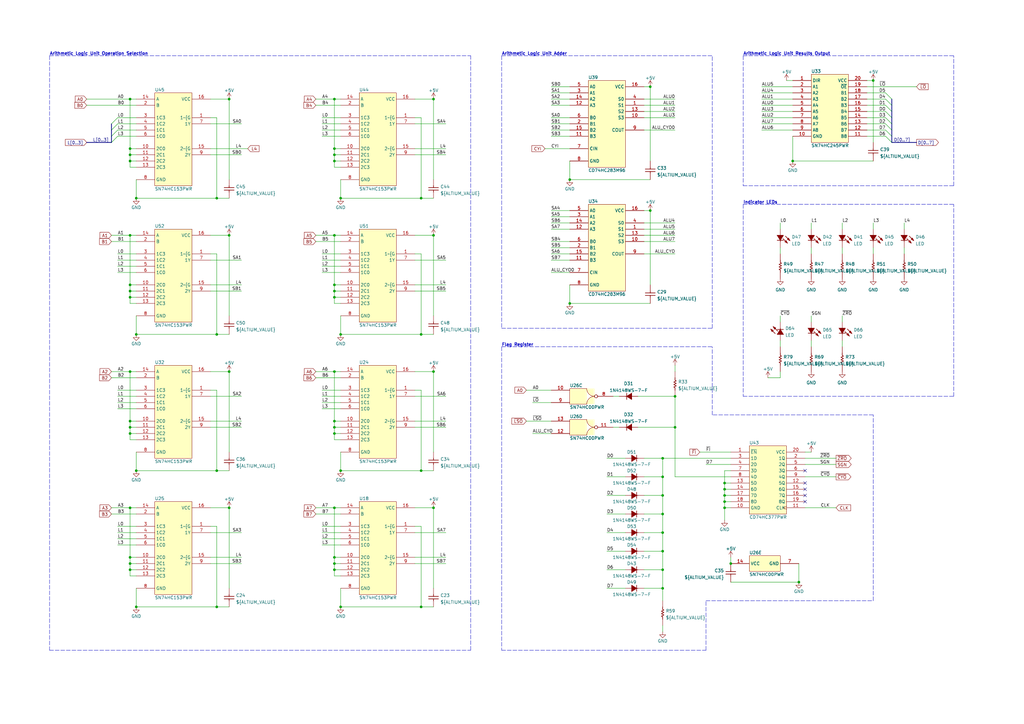
<source format=kicad_sch>
(kicad_sch (version 20211123) (generator eeschema)
  (paper "A3")
  (title_block (title "Arithmetic Logic Unit") (date "2022-01-19") (rev "V1.1") (company "Riley Stuermer"))
  (junction (at 271.78 187.96))
  (junction (at 93.98 208.28))
  (junction (at 297.18 208.28))
  (junction (at 137.16 119.38))
  (junction (at 139.7 137.16))
  (junction (at 137.16 208.28))
  (junction (at 53.34 66.04))
  (junction (at 177.8 96.52))
  (junction (at 172.72 81.28))
  (junction (at 55.88 81.28))
  (junction (at 137.16 228.6))
  (junction (at 137.16 60.96))
  (junction (at 297.18 200.66))
  (junction (at 53.34 177.8))
  (junction (at 325.12 66.04))
  (junction (at 358.14 33.02))
  (junction (at 88.9 193.04))
  (junction (at 93.98 152.4))
  (junction (at 271.78 226.06))
  (junction (at 55.88 137.16))
  (junction (at 177.8 40.64))
  (junction (at 55.88 193.04))
  (junction (at 233.68 124.46))
  (junction (at 53.34 116.84))
  (junction (at 137.16 121.92))
  (junction (at 172.72 248.92))
  (junction (at 88.9 137.16))
  (junction (at 137.16 172.72))
  (junction (at 139.7 193.04))
  (junction (at 233.68 73.66))
  (junction (at 53.34 60.96))
  (junction (at 53.34 63.5))
  (junction (at 271.78 218.44))
  (junction (at 88.9 81.28))
  (junction (at 271.78 241.3))
  (junction (at 177.8 208.28))
  (junction (at 55.88 248.92))
  (junction (at 297.18 205.74))
  (junction (at 299.72 231.14))
  (junction (at 53.34 119.38))
  (junction (at 276.86 175.26))
  (junction (at 137.16 40.64))
  (junction (at 137.16 177.8))
  (junction (at 53.34 121.92))
  (junction (at 53.34 233.68))
  (junction (at 327.66 238.76))
  (junction (at 93.98 96.52))
  (junction (at 271.78 233.68))
  (junction (at 137.16 116.84))
  (junction (at 139.7 248.92))
  (junction (at 271.78 203.2))
  (junction (at 53.34 172.72))
  (junction (at 137.16 63.5))
  (junction (at 53.34 96.52))
  (junction (at 53.34 231.14))
  (junction (at 271.78 195.58))
  (junction (at 53.34 40.64))
  (junction (at 137.16 233.68))
  (junction (at 276.86 162.56))
  (junction (at 266.7 35.56))
  (junction (at 137.16 175.26))
  (junction (at 53.34 208.28))
  (junction (at 137.16 96.52))
  (junction (at 266.7 86.36))
  (junction (at 297.18 203.2))
  (junction (at 53.34 175.26))
  (junction (at 172.72 137.16))
  (junction (at 137.16 231.14))
  (junction (at 53.34 152.4))
  (junction (at 53.34 228.6))
  (junction (at 297.18 198.12))
  (junction (at 271.78 210.82))
  (junction (at 177.8 152.4))
  (junction (at 172.72 193.04))
  (junction (at 93.98 40.64))
  (junction (at 137.16 152.4))
  (junction (at 137.16 66.04))
  (junction (at 139.7 81.28))
  (junction (at 88.9 248.92))
  (no_connect (at 330.2 205.74))
  (no_connect (at 330.2 200.66))
  (no_connect (at 330.2 193.04))
  (no_connect (at 330.2 203.2))
  (no_connect (at 330.2 198.12))
  (bus_entry (at 45.72 50.8) (size 2.54 -2.54))
  (bus_entry (at 45.72 53.34) (size 2.54 -2.54))
  (bus_entry (at 45.72 58.42) (size 2.54 -2.54))
  (bus_entry (at 45.72 55.88) (size 2.54 -2.54))
  (bus_entry (at 363.22 55.88) (size 2.54 2.54))
  (bus_entry (at 363.22 53.34) (size 2.54 2.54))
  (bus_entry (at 363.22 38.1) (size 2.54 2.54))
  (bus_entry (at 363.22 43.18) (size 2.54 2.54))
  (bus_entry (at 363.22 45.72) (size 2.54 2.54))
  (bus_entry (at 363.22 40.64) (size 2.54 2.54))
  (bus_entry (at 363.22 48.26) (size 2.54 2.54))
  (bus_entry (at 363.22 50.8) (size 2.54 2.54))
  (wire (pts (xy 139.7 104.14) (xy 132.08 104.14)))
  (wire (pts (xy 327.66 231.14) (xy 327.66 238.76)))
  (wire (pts (xy 53.34 63.5) (xy 55.88 63.5)))
  (wire (pts (xy 345.44 104.14) (xy 345.44 101.6)))
  (wire (pts (xy 264.16 210.82) (xy 271.78 210.82)))
  (wire (pts (xy 345.44 91.44) (xy 345.44 93.98)))
  (wire (pts (xy 86.36 172.72) (xy 99.06 172.72)))
  (wire (pts (xy 320.04 142.24) (xy 320.04 139.7)))
  (bus (pts (xy 45.72 55.88) (xy 45.72 58.42)))
  (wire (pts (xy 93.98 137.16) (xy 88.9 137.16)))
  (wire (pts (xy 55.88 81.28) (xy 55.88 73.66)))
  (wire (pts (xy 276.86 175.26) (xy 276.86 195.58)))
  (polyline (pts (xy 205.74 142.24) (xy 205.74 266.7)))
  (wire (pts (xy 137.16 68.58) (xy 139.7 68.58)))
  (wire (pts (xy 297.18 203.2) (xy 299.72 203.2)))
  (wire (pts (xy 233.68 66.04) (xy 233.68 73.66)))
  (wire (pts (xy 55.88 162.56) (xy 48.26 162.56)))
  (wire (pts (xy 45.72 210.82) (xy 55.88 210.82)))
  (wire (pts (xy 233.68 38.1) (xy 226.06 38.1)))
  (wire (pts (xy 320.04 154.94) (xy 320.04 152.4)))
  (wire (pts (xy 139.7 160.02) (xy 132.08 160.02)))
  (wire (pts (xy 53.34 116.84) (xy 53.34 119.38)))
  (wire (pts (xy 139.7 50.8) (xy 132.08 50.8)))
  (wire (pts (xy 170.18 60.96) (xy 182.88 60.96)))
  (wire (pts (xy 93.98 40.64) (xy 86.36 40.64)))
  (wire (pts (xy 55.88 218.44) (xy 48.26 218.44)))
  (wire (pts (xy 330.2 187.96) (xy 342.9 187.96)))
  (polyline (pts (xy 289.56 246.38) (xy 358.14 246.38)))
  (wire (pts (xy 139.7 172.72) (xy 137.16 172.72)))
  (wire (pts (xy 170.18 106.68) (xy 182.88 106.68)))
  (wire (pts (xy 332.74 91.44) (xy 332.74 93.98)))
  (wire (pts (xy 137.16 60.96) (xy 137.16 63.5)))
  (wire (pts (xy 325.12 55.88) (xy 325.12 66.04)))
  (polyline (pts (xy 193.04 266.7) (xy 193.04 22.86)))
  (polyline (pts (xy 304.8 83.82) (xy 304.8 162.56)))
  (wire (pts (xy 139.7 165.1) (xy 132.08 165.1)))
  (wire (pts (xy 332.74 104.14) (xy 332.74 101.6)))
  (wire (pts (xy 139.7 60.96) (xy 137.16 60.96)))
  (wire (pts (xy 55.88 109.22) (xy 48.26 109.22)))
  (wire (pts (xy 370.84 91.44) (xy 370.84 93.98)))
  (wire (pts (xy 256.54 233.68) (xy 248.92 233.68)))
  (wire (pts (xy 218.44 177.8) (xy 226.06 177.8)))
  (wire (pts (xy 55.88 50.8) (xy 48.26 50.8)))
  (wire (pts (xy 170.18 104.14) (xy 172.72 104.14)))
  (wire (pts (xy 358.14 58.42) (xy 358.14 33.02)))
  (wire (pts (xy 139.7 177.8) (xy 137.16 177.8)))
  (wire (pts (xy 137.16 228.6) (xy 137.16 231.14)))
  (wire (pts (xy 233.68 43.18) (xy 226.06 43.18)))
  (bus (pts (xy 365.76 43.18) (xy 365.76 45.72)))
  (wire (pts (xy 55.88 177.8) (xy 53.34 177.8)))
  (wire (pts (xy 53.34 40.64) (xy 55.88 40.64)))
  (bus (pts (xy 365.76 53.34) (xy 365.76 55.88)))
  (wire (pts (xy 55.88 106.68) (xy 48.26 106.68)))
  (wire (pts (xy 358.14 33.02) (xy 355.6 33.02)))
  (wire (pts (xy 86.36 48.26) (xy 88.9 48.26)))
  (wire (pts (xy 93.98 96.52) (xy 86.36 96.52)))
  (wire (pts (xy 264.16 226.06) (xy 271.78 226.06)))
  (polyline (pts (xy 292.1 170.18) (xy 292.1 142.24)))
  (wire (pts (xy 86.36 116.84) (xy 99.06 116.84)))
  (wire (pts (xy 55.88 223.52) (xy 48.26 223.52)))
  (wire (pts (xy 177.8 152.4) (xy 170.18 152.4)))
  (wire (pts (xy 299.72 238.76) (xy 327.66 238.76)))
  (wire (pts (xy 264.16 40.64) (xy 276.86 40.64)))
  (wire (pts (xy 312.42 43.18) (xy 325.12 43.18)))
  (bus (pts (xy 365.76 48.26) (xy 365.76 50.8)))
  (wire (pts (xy 170.18 175.26) (xy 182.88 175.26)))
  (wire (pts (xy 137.16 152.4) (xy 137.16 172.72)))
  (wire (pts (xy 271.78 218.44) (xy 271.78 210.82)))
  (polyline (pts (xy 205.74 142.24) (xy 292.1 142.24)))
  (wire (pts (xy 88.9 137.16) (xy 55.88 137.16)))
  (wire (pts (xy 55.88 60.96) (xy 53.34 60.96)))
  (wire (pts (xy 55.88 55.88) (xy 48.26 55.88)))
  (wire (pts (xy 170.18 48.26) (xy 172.72 48.26)))
  (wire (pts (xy 256.54 187.96) (xy 248.92 187.96)))
  (polyline (pts (xy 391.16 76.2) (xy 391.16 22.86)))
  (wire (pts (xy 55.88 160.02) (xy 48.26 160.02)))
  (wire (pts (xy 55.88 48.26) (xy 48.26 48.26)))
  (wire (pts (xy 139.7 248.92) (xy 139.7 241.3)))
  (wire (pts (xy 276.86 175.26) (xy 276.86 162.56)))
  (wire (pts (xy 251.46 162.56) (xy 254 162.56)))
  (wire (pts (xy 345.44 142.24) (xy 345.44 139.7)))
  (wire (pts (xy 256.54 241.3) (xy 248.92 241.3)))
  (wire (pts (xy 88.9 48.26) (xy 88.9 81.28)))
  (wire (pts (xy 345.44 129.54) (xy 345.44 132.08)))
  (wire (pts (xy 55.88 104.14) (xy 48.26 104.14)))
  (wire (pts (xy 177.8 81.28) (xy 172.72 81.28)))
  (wire (pts (xy 233.68 88.9) (xy 226.06 88.9)))
  (wire (pts (xy 170.18 172.72) (xy 182.88 172.72)))
  (wire (pts (xy 325.12 66.04) (xy 358.14 66.04)))
  (wire (pts (xy 86.36 104.14) (xy 88.9 104.14)))
  (wire (pts (xy 233.68 124.46) (xy 266.7 124.46)))
  (wire (pts (xy 55.88 172.72) (xy 53.34 172.72)))
  (wire (pts (xy 86.36 215.9) (xy 88.9 215.9)))
  (wire (pts (xy 88.9 160.02) (xy 88.9 193.04)))
  (wire (pts (xy 320.04 129.54) (xy 320.04 132.08)))
  (wire (pts (xy 299.72 228.6) (xy 299.72 231.14)))
  (wire (pts (xy 86.36 106.68) (xy 99.06 106.68)))
  (wire (pts (xy 137.16 96.52) (xy 139.7 96.52)))
  (wire (pts (xy 137.16 177.8) (xy 137.16 180.34)))
  (wire (pts (xy 129.54 99.06) (xy 139.7 99.06)))
  (wire (pts (xy 55.88 193.04) (xy 55.88 185.42)))
  (wire (pts (xy 271.78 246.38) (xy 271.78 241.3)))
  (wire (pts (xy 172.72 137.16) (xy 139.7 137.16)))
  (polyline (pts (xy 304.8 22.86) (xy 391.16 22.86)))
  (wire (pts (xy 137.16 63.5) (xy 139.7 63.5)))
  (wire (pts (xy 330.2 195.58) (xy 342.9 195.58)))
  (wire (pts (xy 215.9 172.72) (xy 226.06 172.72)))
  (wire (pts (xy 53.34 177.8) (xy 53.34 180.34)))
  (polyline (pts (xy 20.32 22.86) (xy 193.04 22.86)))
  (wire (pts (xy 45.72 152.4) (xy 53.34 152.4)))
  (wire (pts (xy 53.34 63.5) (xy 53.34 66.04)))
  (wire (pts (xy 264.16 195.58) (xy 271.78 195.58)))
  (wire (pts (xy 355.6 55.88) (xy 363.22 55.88)))
  (wire (pts (xy 129.54 154.94) (xy 139.7 154.94)))
  (wire (pts (xy 53.34 231.14) (xy 55.88 231.14)))
  (wire (pts (xy 86.36 60.96) (xy 101.6 60.96)))
  (wire (pts (xy 320.04 91.44) (xy 320.04 93.98)))
  (wire (pts (xy 139.7 220.98) (xy 132.08 220.98)))
  (wire (pts (xy 139.7 66.04) (xy 137.16 66.04)))
  (wire (pts (xy 320.04 104.14) (xy 320.04 101.6)))
  (wire (pts (xy 251.46 175.26) (xy 254 175.26)))
  (wire (pts (xy 53.34 152.4) (xy 53.34 172.72)))
  (wire (pts (xy 312.42 38.1) (xy 325.12 38.1)))
  (wire (pts (xy 256.54 203.2) (xy 248.92 203.2)))
  (wire (pts (xy 53.34 175.26) (xy 53.34 177.8)))
  (wire (pts (xy 55.88 215.9) (xy 48.26 215.9)))
  (wire (pts (xy 137.16 152.4) (xy 139.7 152.4)))
  (wire (pts (xy 129.54 152.4) (xy 137.16 152.4)))
  (wire (pts (xy 287.02 185.42) (xy 299.72 185.42)))
  (wire (pts (xy 129.54 210.82) (xy 139.7 210.82)))
  (wire (pts (xy 299.72 208.28) (xy 297.18 208.28)))
  (wire (pts (xy 93.98 185.42) (xy 93.98 152.4)))
  (wire (pts (xy 139.7 116.84) (xy 137.16 116.84)))
  (wire (pts (xy 45.72 96.52) (xy 53.34 96.52)))
  (wire (pts (xy 177.8 96.52) (xy 170.18 96.52)))
  (wire (pts (xy 137.16 121.92) (xy 137.16 124.46)))
  (wire (pts (xy 264.16 91.44) (xy 276.86 91.44)))
  (wire (pts (xy 297.18 208.28) (xy 297.18 205.74)))
  (wire (pts (xy 177.8 248.92) (xy 172.72 248.92)))
  (wire (pts (xy 53.34 124.46) (xy 55.88 124.46)))
  (wire (pts (xy 139.7 215.9) (xy 132.08 215.9)))
  (wire (pts (xy 139.7 223.52) (xy 132.08 223.52)))
  (polyline (pts (xy 205.74 22.86) (xy 292.1 22.86)))
  (polyline (pts (xy 391.16 162.56) (xy 391.16 83.82)))
  (wire (pts (xy 363.22 38.1) (xy 355.6 38.1)))
  (bus (pts (xy 365.76 50.8) (xy 365.76 53.34)))
  (wire (pts (xy 55.88 248.92) (xy 55.88 241.3)))
  (wire (pts (xy 172.72 104.14) (xy 172.72 137.16)))
  (bus (pts (xy 45.72 58.42) (xy 35.56 58.42)))
  (wire (pts (xy 53.34 175.26) (xy 55.88 175.26)))
  (wire (pts (xy 332.74 129.54) (xy 332.74 132.08)))
  (wire (pts (xy 266.7 86.36) (xy 264.16 86.36)))
  (polyline (pts (xy 205.74 266.7) (xy 289.56 266.7)))
  (wire (pts (xy 86.36 231.14) (xy 99.06 231.14)))
  (wire (pts (xy 355.6 40.64) (xy 363.22 40.64)))
  (wire (pts (xy 45.72 154.94) (xy 55.88 154.94)))
  (wire (pts (xy 137.16 116.84) (xy 137.16 119.38)))
  (wire (pts (xy 53.34 180.34) (xy 55.88 180.34)))
  (wire (pts (xy 137.16 236.22) (xy 139.7 236.22)))
  (wire (pts (xy 322.58 33.02) (xy 325.12 33.02)))
  (bus (pts (xy 365.76 55.88) (xy 365.76 58.42)))
  (wire (pts (xy 137.16 231.14) (xy 139.7 231.14)))
  (wire (pts (xy 271.78 187.96) (xy 299.72 187.96)))
  (wire (pts (xy 53.34 233.68) (xy 53.34 236.22)))
  (wire (pts (xy 86.36 63.5) (xy 99.06 63.5)))
  (wire (pts (xy 271.78 226.06) (xy 271.78 218.44)))
  (wire (pts (xy 297.18 193.04) (xy 299.72 193.04)))
  (wire (pts (xy 271.78 241.3) (xy 271.78 233.68)))
  (wire (pts (xy 297.18 198.12) (xy 299.72 198.12)))
  (wire (pts (xy 177.8 241.3) (xy 177.8 208.28)))
  (wire (pts (xy 312.42 45.72) (xy 325.12 45.72)))
  (wire (pts (xy 276.86 195.58) (xy 299.72 195.58)))
  (wire (pts (xy 215.9 160.02) (xy 226.06 160.02)))
  (wire (pts (xy 297.18 198.12) (xy 297.18 193.04)))
  (wire (pts (xy 93.98 129.54) (xy 93.98 96.52)))
  (wire (pts (xy 139.7 53.34) (xy 132.08 53.34)))
  (wire (pts (xy 93.98 81.28) (xy 88.9 81.28)))
  (bus (pts (xy 365.76 40.64) (xy 365.76 43.18)))
  (wire (pts (xy 45.72 99.06) (xy 55.88 99.06)))
  (wire (pts (xy 177.8 185.42) (xy 177.8 152.4)))
  (wire (pts (xy 137.16 175.26) (xy 137.16 177.8)))
  (wire (pts (xy 312.42 35.56) (xy 325.12 35.56)))
  (wire (pts (xy 139.7 48.26) (xy 132.08 48.26)))
  (wire (pts (xy 93.98 152.4) (xy 86.36 152.4)))
  (wire (pts (xy 297.18 205.74) (xy 297.18 203.2)))
  (wire (pts (xy 55.88 121.92) (xy 53.34 121.92)))
  (wire (pts (xy 264.16 104.14) (xy 276.86 104.14)))
  (wire (pts (xy 139.7 167.64) (xy 132.08 167.64)))
  (wire (pts (xy 358.14 104.14) (xy 358.14 101.6)))
  (wire (pts (xy 297.18 200.66) (xy 297.18 198.12)))
  (polyline (pts (xy 289.56 266.7) (xy 289.56 246.38)))
  (wire (pts (xy 312.42 48.26) (xy 325.12 48.26)))
  (polyline (pts (xy 20.32 22.86) (xy 20.32 266.7)))
  (wire (pts (xy 88.9 215.9) (xy 88.9 248.92)))
  (wire (pts (xy 266.7 116.84) (xy 266.7 86.36)))
  (bus (pts (xy 45.72 53.34) (xy 45.72 55.88)))
  (wire (pts (xy 137.16 175.26) (xy 139.7 175.26)))
  (wire (pts (xy 233.68 48.26) (xy 226.06 48.26)))
  (polyline (pts (xy 304.8 76.2) (xy 391.16 76.2)))
  (wire (pts (xy 172.72 215.9) (xy 172.72 248.92)))
  (wire (pts (xy 55.88 233.68) (xy 53.34 233.68)))
  (wire (pts (xy 297.18 205.74) (xy 299.72 205.74)))
  (wire (pts (xy 330.2 208.28) (xy 342.9 208.28)))
  (wire (pts (xy 137.16 66.04) (xy 137.16 68.58)))
  (polyline (pts (xy 292.1 134.62) (xy 292.1 22.86)))
  (wire (pts (xy 53.34 119.38) (xy 55.88 119.38)))
  (wire (pts (xy 370.84 104.14) (xy 370.84 101.6)))
  (wire (pts (xy 266.7 66.04) (xy 266.7 35.56)))
  (wire (pts (xy 45.72 208.28) (xy 53.34 208.28)))
  (wire (pts (xy 170.18 228.6) (xy 182.88 228.6)))
  (polyline (pts (xy 358.14 170.18) (xy 292.1 170.18)))
  (polyline (pts (xy 304.8 22.86) (xy 304.8 76.2)))
  (wire (pts (xy 312.42 40.64) (xy 325.12 40.64)))
  (wire (pts (xy 55.88 111.76) (xy 48.26 111.76)))
  (polyline (pts (xy 205.74 22.86) (xy 205.74 134.62)))
  (wire (pts (xy 363.22 48.26) (xy 355.6 48.26)))
  (wire (pts (xy 139.7 193.04) (xy 139.7 185.42)))
  (wire (pts (xy 256.54 226.06) (xy 248.92 226.06)))
  (wire (pts (xy 55.88 53.34) (xy 48.26 53.34)))
  (wire (pts (xy 271.78 203.2) (xy 271.78 195.58)))
  (wire (pts (xy 53.34 60.96) (xy 53.34 63.5)))
  (wire (pts (xy 355.6 45.72) (xy 363.22 45.72)))
  (wire (pts (xy 88.9 104.14) (xy 88.9 137.16)))
  (wire (pts (xy 93.98 193.04) (xy 88.9 193.04)))
  (wire (pts (xy 55.88 116.84) (xy 53.34 116.84)))
  (wire (pts (xy 88.9 248.92) (xy 55.88 248.92)))
  (wire (pts (xy 139.7 121.92) (xy 137.16 121.92)))
  (wire (pts (xy 233.68 50.8) (xy 226.06 50.8)))
  (wire (pts (xy 55.88 66.04) (xy 53.34 66.04)))
  (wire (pts (xy 137.16 231.14) (xy 137.16 233.68)))
  (wire (pts (xy 223.52 60.96) (xy 233.68 60.96)))
  (wire (pts (xy 86.36 218.44) (xy 99.06 218.44)))
  (wire (pts (xy 233.68 35.56) (xy 226.06 35.56)))
  (wire (pts (xy 139.7 81.28) (xy 139.7 73.66)))
  (wire (pts (xy 53.34 152.4) (xy 55.88 152.4)))
  (wire (pts (xy 355.6 35.56) (xy 375.92 35.56)))
  (wire (pts (xy 276.86 149.86) (xy 276.86 152.4)))
  (wire (pts (xy 88.9 81.28) (xy 55.88 81.28)))
  (wire (pts (xy 172.72 81.28) (xy 139.7 81.28)))
  (wire (pts (xy 137.16 119.38) (xy 137.16 121.92)))
  (wire (pts (xy 170.18 160.02) (xy 172.72 160.02)))
  (wire (pts (xy 264.16 53.34) (xy 276.86 53.34)))
  (wire (pts (xy 35.56 40.64) (xy 53.34 40.64)))
  (wire (pts (xy 330.2 185.42) (xy 332.74 185.42)))
  (wire (pts (xy 355.6 50.8) (xy 363.22 50.8)))
  (wire (pts (xy 363.22 43.18) (xy 355.6 43.18)))
  (wire (pts (xy 363.22 53.34) (xy 355.6 53.34)))
  (wire (pts (xy 93.98 73.66) (xy 93.98 40.64)))
  (wire (pts (xy 139.7 228.6) (xy 137.16 228.6)))
  (wire (pts (xy 86.36 160.02) (xy 88.9 160.02)))
  (wire (pts (xy 256.54 195.58) (xy 248.92 195.58)))
  (wire (pts (xy 137.16 208.28) (xy 137.16 228.6)))
  (wire (pts (xy 129.54 40.64) (xy 137.16 40.64)))
  (wire (pts (xy 276.86 162.56) (xy 261.62 162.56)))
  (polyline (pts (xy 304.8 83.82) (xy 391.16 83.82)))
  (wire (pts (xy 93.98 208.28) (xy 86.36 208.28)))
  (wire (pts (xy 139.7 218.44) (xy 132.08 218.44)))
  (wire (pts (xy 53.34 96.52) (xy 55.88 96.52)))
  (wire (pts (xy 170.18 162.56) (xy 182.88 162.56)))
  (wire (pts (xy 137.16 119.38) (xy 139.7 119.38)))
  (wire (pts (xy 139.7 111.76) (xy 132.08 111.76)))
  (wire (pts (xy 137.16 180.34) (xy 139.7 180.34)))
  (wire (pts (xy 264.16 43.18) (xy 276.86 43.18)))
  (wire (pts (xy 137.16 40.64) (xy 137.16 60.96)))
  (wire (pts (xy 137.16 208.28) (xy 139.7 208.28)))
  (wire (pts (xy 86.36 119.38) (xy 99.06 119.38)))
  (wire (pts (xy 129.54 43.18) (xy 139.7 43.18)))
  (wire (pts (xy 129.54 96.52) (xy 137.16 96.52)))
  (wire (pts (xy 53.34 208.28) (xy 53.34 228.6)))
  (wire (pts (xy 137.16 124.46) (xy 139.7 124.46)))
  (wire (pts (xy 226.06 111.76) (xy 233.68 111.76)))
  (wire (pts (xy 137.16 172.72) (xy 137.16 175.26)))
  (polyline (pts (xy 20.32 266.7) (xy 193.04 266.7)))
  (wire (pts (xy 137.16 40.64) (xy 139.7 40.64)))
  (wire (pts (xy 177.8 129.54) (xy 177.8 96.52)))
  (wire (pts (xy 93.98 248.92) (xy 88.9 248.92)))
  (wire (pts (xy 139.7 162.56) (xy 132.08 162.56)))
  (wire (pts (xy 332.74 142.24) (xy 332.74 139.7)))
  (wire (pts (xy 86.36 175.26) (xy 99.06 175.26)))
  (wire (pts (xy 264.16 233.68) (xy 271.78 233.68)))
  (wire (pts (xy 53.34 40.64) (xy 53.34 60.96)))
  (wire (pts (xy 271.78 259.08) (xy 271.78 256.54)))
  (wire (pts (xy 53.34 96.52) (xy 53.34 116.84)))
  (wire (pts (xy 137.16 233.68) (xy 137.16 236.22)))
  (wire (pts (xy 55.88 165.1) (xy 48.26 165.1)))
  (wire (pts (xy 264.16 218.44) (xy 271.78 218.44)))
  (wire (pts (xy 53.34 231.14) (xy 53.34 233.68)))
  (wire (pts (xy 170.18 215.9) (xy 172.72 215.9)))
  (wire (pts (xy 172.72 48.26) (xy 172.72 81.28)))
  (wire (pts (xy 170.18 119.38) (xy 182.88 119.38)))
  (wire (pts (xy 256.54 218.44) (xy 248.92 218.44)))
  (wire (pts (xy 297.18 213.36) (xy 297.18 208.28)))
  (wire (pts (xy 55.88 228.6) (xy 53.34 228.6)))
  (wire (pts (xy 264.16 99.06) (xy 276.86 99.06)))
  (wire (pts (xy 177.8 208.28) (xy 170.18 208.28)))
  (wire (pts (xy 312.42 53.34) (xy 325.12 53.34)))
  (wire (pts (xy 264.16 96.52) (xy 276.86 96.52)))
  (wire (pts (xy 314.96 154.94) (xy 320.04 154.94)))
  (wire (pts (xy 139.7 137.16) (xy 139.7 129.54)))
  (wire (pts (xy 53.34 236.22) (xy 55.88 236.22)))
  (wire (pts (xy 172.72 160.02) (xy 172.72 193.04)))
  (wire (pts (xy 266.7 35.56) (xy 264.16 35.56)))
  (wire (pts (xy 297.18 200.66) (xy 299.72 200.66)))
  (wire (pts (xy 170.18 116.84) (xy 182.88 116.84)))
  (wire (pts (xy 177.8 193.04) (xy 172.72 193.04)))
  (wire (pts (xy 226.06 165.1) (xy 218.44 165.1)))
  (wire (pts (xy 233.68 93.98) (xy 226.06 93.98)))
  (wire (pts (xy 170.18 63.5) (xy 182.88 63.5)))
  (wire (pts (xy 53.34 228.6) (xy 53.34 231.14)))
  (wire (pts (xy 264.16 45.72) (xy 276.86 45.72)))
  (wire (pts (xy 139.7 109.22) (xy 132.08 109.22)))
  (wire (pts (xy 53.34 68.58) (xy 55.88 68.58)))
  (wire (pts (xy 271.78 210.82) (xy 271.78 203.2)))
  (wire (pts (xy 264.16 93.98) (xy 276.86 93.98)))
  (wire (pts (xy 170.18 231.14) (xy 182.88 231.14)))
  (polyline (pts (xy 205.74 134.62) (xy 292.1 134.62)))
  (wire (pts (xy 297.18 203.2) (xy 297.18 200.66)))
  (wire (pts (xy 299.72 190.5) (xy 289.56 190.5)))
  (wire (pts (xy 271.78 187.96) (xy 264.16 187.96)))
  (wire (pts (xy 172.72 193.04) (xy 139.7 193.04)))
  (wire (pts (xy 271.78 233.68) (xy 271.78 226.06)))
  (wire (pts (xy 261.62 175.26) (xy 276.86 175.26)))
  (wire (pts (xy 233.68 86.36) (xy 226.06 86.36)))
  (bus (pts (xy 365.76 58.42) (xy 375.92 58.42)))
  (wire (pts (xy 53.34 121.92) (xy 53.34 124.46)))
  (wire (pts (xy 233.68 40.64) (xy 226.06 40.64)))
  (wire (pts (xy 233.68 55.88) (xy 226.06 55.88)))
  (wire (pts (xy 233.68 91.44) (xy 226.06 91.44)))
  (wire (pts (xy 93.98 241.3) (xy 93.98 208.28)))
  (wire (pts (xy 233.68 99.06) (xy 226.06 99.06)))
  (wire (pts (xy 264.16 203.2) (xy 271.78 203.2)))
  (wire (pts (xy 53.34 119.38) (xy 53.34 121.92)))
  (wire (pts (xy 53.34 208.28) (xy 55.88 208.28)))
  (wire (pts (xy 86.36 50.8) (xy 99.06 50.8)))
  (wire (pts (xy 271.78 195.58) (xy 271.78 187.96)))
  (wire (pts (xy 172.72 248.92) (xy 139.7 248.92)))
  (wire (pts (xy 233.68 101.6) (xy 226.06 101.6)))
  (wire (pts (xy 233.68 53.34) (xy 226.06 53.34)))
  (wire (pts (xy 177.8 40.64) (xy 170.18 40.64)))
  (wire (pts (xy 264.16 48.26) (xy 276.86 48.26)))
  (polyline (pts (xy 304.8 162.56) (xy 391.16 162.56)))
  (wire (pts (xy 256.54 210.82) (xy 248.92 210.82)))
  (wire (pts (xy 137.16 96.52) (xy 137.16 116.84)))
  (wire (pts (xy 55.88 137.16) (xy 55.88 129.54)))
  (wire (pts (xy 88.9 193.04) (xy 55.88 193.04)))
  (wire (pts (xy 170.18 50.8) (xy 182.88 50.8)))
  (wire (pts (xy 129.54 208.28) (xy 137.16 208.28)))
  (bus (pts (xy 365.76 45.72) (xy 365.76 48.26)))
  (wire (pts (xy 233.68 106.68) (xy 226.06 106.68)))
  (wire (pts (xy 312.42 50.8) (xy 325.12 50.8)))
  (wire (pts (xy 86.36 162.56) (xy 99.06 162.56)))
  (wire (pts (xy 53.34 172.72) (xy 53.34 175.26)))
  (wire (pts (xy 35.56 43.18) (xy 55.88 43.18)))
  (wire (pts (xy 86.36 228.6) (xy 99.06 228.6)))
  (wire (pts (xy 137.16 63.5) (xy 137.16 66.04)))
  (polyline (pts (xy 358.14 246.38) (xy 358.14 170.18)))
  (wire (pts (xy 170.18 218.44) (xy 182.88 218.44)))
  (wire (pts (xy 53.34 66.04) (xy 53.34 68.58)))
  (bus (pts (xy 45.72 50.8) (xy 45.72 53.34)))
  (wire (pts (xy 55.88 167.64) (xy 48.26 167.64)))
  (wire (pts (xy 264.16 241.3) (xy 271.78 241.3)))
  (wire (pts (xy 139.7 55.88) (xy 132.08 55.88)))
  (wire (pts (xy 233.68 73.66) (xy 266.7 73.66)))
  (wire (pts (xy 233.68 104.14) (xy 226.06 104.14)))
  (wire (pts (xy 55.88 220.98) (xy 48.26 220.98)))
  (wire (pts (xy 233.68 116.84) (xy 233.68 124.46)))
  (wire (pts (xy 177.8 73.66) (xy 177.8 40.64)))
  (wire (pts (xy 177.8 137.16) (xy 172.72 137.16)))
  (wire (pts (xy 139.7 106.68) (xy 132.08 106.68)))
  (wire (pts (xy 358.14 91.44) (xy 358.14 93.98)))
  (wire (pts (xy 330.2 190.5) (xy 342.9 190.5)))
  (wire (pts (xy 139.7 233.68) (xy 137.16 233.68)))
  (text "Flag Register" (at 205.74 142.24 0) (effects (font (size 1.27 1.27) (thickness 0.254) bold) (justify left bottom)))
  (text "Arithmetic Logic Unit Results Output" (at 304.8 22.86 0) (effects (font (size 1.27 1.27) (thickness 0.254) bold) (justify left bottom)))
  (text "Arithmetic Logic Unit Operation Selection" (at 20.32 22.86 0) (effects (font (size 1.27 1.27) (thickness 0.254) bold) (justify left bottom)))
  (text "Arithmetic Logic Unit Adder" (at 205.74 22.86 0) (effects (font (size 1.27 1.27) (thickness 0.254) bold) (justify left bottom)))
  (text "Indicator LEDs" (at 304.8 83.82 0) (effects (font (size 1.27 1.27) (thickness 0.254) bold) (justify left bottom)))
  (label "L1" (at 48.26 218.44 0))
  (label "D0" (at 248.92 187.96 0))
  (label "D3" (at 363.22 48.26 180))
  (label "L1" (at 132.08 106.68 0))
  (label "L4" (at 99.06 116.84 180))
  (label "L0" (at 132.08 104.14 0))
  (label "L0" (at 132.08 215.9 0))
  (label "SB3" (at 99.06 231.14 180))
  (label "L0" (at 48.26 48.26 0))
  (label "ALU7" (at 312.42 50.8 0))
  (label "SB1" (at 226.06 50.8 0))
  (label "~{FI}" (at 289.56 185.42 0))
  (label "D2" (at 248.92 203.2 0))
  (label "SA5" (at 182.88 106.68 180))
  (label "ALU1" (at 312.42 40.64 0))
  (label "SB4" (at 182.88 63.5 180))
  (label "A7" (at 132.08 208.28 0))
  (label "CYI" (at 226.06 60.96 0))
  (label "SGN" (at 332.74 129.54 0))
  (label "SB2" (at 99.06 175.26 180))
  (label "L3" (at 132.08 111.76 0))
  (label "A4" (at 132.08 40.64 0))
  (label "SA3" (at 99.06 218.44 180))
  (label "L0" (at 48.26 104.14 0))
  (label "SA6" (at 182.88 162.56 180))
  (label "SA4" (at 226.06 86.36 0))
  (label "B0" (at 48.26 43.18 0))
  (label "ALU3" (at 312.42 45.72 0))
  (label "SB5" (at 182.88 119.38 180))
  (label "SB7" (at 182.88 231.14 180))
  (label "L3" (at 132.08 223.52 0))
  (label "L[0..3]" (at 38.1 58.42 0))
  (label "SB3" (at 226.06 55.88 0))
  (label "A0" (at 218.44 160.02 0))
  (label "L1" (at 132.08 218.44 0))
  (label "D2" (at 363.22 50.8 180))
  (label "ALU7" (at 276.86 99.06 180))
  (label "ALU5" (at 312.42 35.56 0))
  (label "SB5" (at 226.06 101.6 0))
  (label "SA3" (at 226.06 43.18 0))
  (label "SB6" (at 226.06 91.44 0))
  (label "L3" (at 132.08 167.64 0))
  (label "ALU2" (at 276.86 45.72 180))
  (label "SA7" (at 182.88 218.44 180))
  (label "L3" (at 132.08 55.88 0))
  (label "SB1" (at 99.06 119.38 180))
  (label "D0" (at 363.22 45.72 180))
  (label "B4" (at 132.08 43.18 0))
  (label "L1" (at 332.74 91.44 0))
  (label "D5" (at 248.92 226.06 0))
  (label "~{ZRO}" (at 345.44 129.54 0))
  (label "B7" (at 132.08 210.82 0))
  (label "~{LO}" (at 363.22 35.56 180))
  (label "L4" (at 99.06 60.96 180))
  (label "L2" (at 48.26 220.98 0))
  (label "SA7" (at 226.06 93.98 0))
  (label "SB4" (at 226.06 99.06 0))
  (label "L4" (at 182.88 116.84 180))
  (label "L2" (at 345.44 91.44 0))
  (label "ALU6" (at 312.42 53.34 0))
  (label "D5" (at 363.22 38.1 180))
  (label "SB0" (at 226.06 35.56 0))
  (label "A1" (at 48.26 96.52 0))
  (label "SA0" (at 226.06 48.26 0))
  (label "L2" (at 48.26 53.34 0))
  (label "A5" (at 132.08 96.52 0))
  (label "L4" (at 370.84 91.44 0))
  (label "SA1" (at 99.06 106.68 180))
  (label "L0" (at 48.26 160.02 0))
  (label "CLK" (at 340.36 208.28 180))
  (label "ALU1" (at 276.86 43.18 180))
  (label "ALU_CYO" (at 218.44 177.8 0))
  (label "~{CYO}" (at 320.04 129.54 0))
  (label "L2" (at 132.08 220.98 0))
  (label "SB6" (at 182.88 175.26 180))
  (label "D4" (at 248.92 218.44 0))
  (label "L3" (at 48.26 223.52 0))
  (label "L4" (at 182.88 60.96 180))
  (label "~{ZRO}" (at 340.36 187.96 180))
  (label "L2" (at 132.08 165.1 0))
  (label "ALU2" (at 312.42 48.26 0))
  (label "ALU0" (at 312.42 43.18 0))
  (label "ALU0" (at 276.86 40.64 180))
  (label "L4" (at 99.06 228.6 180))
  (label "L1" (at 48.26 106.68 0))
  (label "B3" (at 48.26 210.82 0))
  (label "A2" (at 48.26 152.4 0))
  (label "ALU4" (at 312.42 38.1 0))
  (label "L0" (at 320.04 91.44 0))
  (label "L1" (at 48.26 162.56 0))
  (label "SA6" (at 226.06 104.14 0))
  (label "SB0" (at 99.06 63.5 180))
  (label "L1" (at 132.08 162.56 0))
  (label "SA4" (at 182.88 50.8 180))
  (label "ALU3" (at 276.86 48.26 180))
  (label "B5" (at 132.08 99.06 0))
  (label "A0" (at 48.26 40.64 0))
  (label "D3" (at 248.92 210.82 0))
  (label "ALU_CYO0" (at 276.86 53.34 180))
  (label "SA2" (at 99.06 162.56 180))
  (label "L0" (at 48.26 215.9 0))
  (label "B2" (at 48.26 154.94 0))
  (label "L3" (at 358.14 91.44 0))
  (label "L1" (at 132.08 50.8 0))
  (label "L0" (at 132.08 160.02 0))
  (label "D4" (at 363.22 40.64 180))
  (label "B6" (at 132.08 154.94 0))
  (label "L4" (at 182.88 172.72 180))
  (label "SB7" (at 226.06 106.68 0))
  (label "~{LSO}" (at 218.44 172.72 0))
  (label "SA5" (at 226.06 88.9 0))
  (label "L0" (at 132.08 48.26 0))
  (label "SA0" (at 99.06 50.8 180))
  (label "ALU5" (at 276.86 93.98 180))
  (label "L4" (at 99.06 172.72 180))
  (label "D[0..7]" (at 373.38 58.42 180))
  (label "L3" (at 48.26 55.88 0))
  (label "L1" (at 48.26 50.8 0))
  (label "L2" (at 132.08 109.22 0))
  (label "ALU_CYO" (at 276.86 104.14 180))
  (label "L2" (at 48.26 165.1 0))
  (label "SA2" (at 226.06 40.64 0))
  (label "~{CYO}" (at 340.36 195.58 180))
  (label "~{LO}" (at 218.44 165.1 0))
  (label "B1" (at 48.26 99.06 0))
  (label "A6" (at 132.08 152.4 0))
  (label "SA1" (at 226.06 38.1 0))
  (label "L2" (at 132.08 53.34 0))
  (label "D1" (at 363.22 43.18 180))
  (label "D6" (at 363.22 55.88 180))
  (label "ALU6" (at 276.86 96.52 180))
  (label "A3" (at 48.26 208.28 0))
  (label "D7" (at 363.22 53.34 180))
  (label "D7" (at 289.56 190.5 0))
  (label "D6" (at 248.92 233.68 0))
  (label "L4" (at 182.88 228.6 180))
  (label "D1" (at 248.92 195.58 0))
  (label "D7" (at 248.92 241.3 0))
  (label "L2" (at 48.26 109.22 0))
  (label "SB2" (at 226.06 53.34 0))
  (label "SGN" (at 340.36 190.5 180))
  (label "ALU_CYO0" (at 226.06 111.76 0))
  (label "L3" (at 48.26 111.76 0))
  (label "L3" (at 48.26 167.64 0))
  (label "ALU4" (at 276.86 91.44 180))
  (global_label "D[0..7]" (shape output) (at 375.92 58.42 0) (property "Intersheet References" "${INTERSHEET_REFS}" (effects hide)))
  (global_label "L[0..3]" (shape input) (at 35.56 58.42 180) (property "Intersheet References" "${INTERSHEET_REFS}" (effects hide)))
  (global_label "CYI" (shape input) (at 223.52 60.96 180) (property "Intersheet References" "${INTERSHEET_REFS}" (effects hide)))
  (global_label "B1" (shape input) (at 45.72 99.06 180) (property "Intersheet References" "${INTERSHEET_REFS}" (effects hide)))
  (global_label "~{LSO}" (shape input) (at 215.9 172.72 180) (property "Intersheet References" "${INTERSHEET_REFS}" (effects hide)))
  (global_label "A3" (shape input) (at 45.72 208.28 180) (property "Intersheet References" "${INTERSHEET_REFS}" (effects hide)))
  (global_label "A1" (shape input) (at 45.72 96.52 180) (property "Intersheet References" "${INTERSHEET_REFS}" (effects hide)))
  (global_label "A4" (shape input) (at 129.54 40.64 180) (property "Intersheet References" "${INTERSHEET_REFS}" (effects hide)))
  (global_label "~{CYO}" (shape output) (at 342.9 195.58 0) (property "Intersheet References" "${INTERSHEET_REFS}" (effects hide)))
  (global_label "L4" (shape input) (at 101.6 60.96 0) (property "Intersheet References" "${INTERSHEET_REFS}" (effects hide)))
  (global_label "~{ZRO}" (shape output) (at 342.9 187.96 0) (property "Intersheet References" "${INTERSHEET_REFS}" (effects hide)))
  (global_label "A5" (shape input) (at 129.54 96.52 180) (property "Intersheet References" "${INTERSHEET_REFS}" (effects hide)))
  (global_label "SGN" (shape output) (at 342.9 190.5 0) (property "Intersheet References" "${INTERSHEET_REFS}" (effects hide)))
  (global_label "A0" (shape input) (at 215.9 160.02 180) (property "Intersheet References" "${INTERSHEET_REFS}" (effects hide)))
  (global_label "B6" (shape input) (at 129.54 154.94 180) (property "Intersheet References" "${INTERSHEET_REFS}" (effects hide)))
  (global_label "A6" (shape input) (at 129.54 152.4 180) (property "Intersheet References" "${INTERSHEET_REFS}" (effects hide)))
  (global_label "~{FI}" (shape input) (at 287.02 185.42 180) (property "Intersheet References" "${INTERSHEET_REFS}" (effects hide)))
  (global_label "B3" (shape input) (at 45.72 210.82 180) (property "Intersheet References" "${INTERSHEET_REFS}" (effects hide)))
  (global_label "B4" (shape input) (at 129.54 43.18 180) (property "Intersheet References" "${INTERSHEET_REFS}" (effects hide)))
  (global_label "B5" (shape input) (at 129.54 99.06 180) (property "Intersheet References" "${INTERSHEET_REFS}" (effects hide)))
  (global_label "CLK" (shape input) (at 342.9 208.28 0) (property "Intersheet References" "${INTERSHEET_REFS}" (effects hide)))
  (global_label "B2" (shape input) (at 45.72 154.94 180) (property "Intersheet References" "${INTERSHEET_REFS}" (effects hide)))
  (global_label "A0" (shape input) (at 35.56 40.64 180) (property "Intersheet References" "${INTERSHEET_REFS}" (effects hide)))
  (global_label "A7" (shape input) (at 129.54 208.28 180) (property "Intersheet References" "${INTERSHEET_REFS}" (effects hide)))
  (global_label "B0" (shape input) (at 35.56 43.18 180) (property "Intersheet References" "${INTERSHEET_REFS}" (effects hide)))
  (global_label "B7" (shape input) (at 129.54 210.82 180) (property "Intersheet References" "${INTERSHEET_REFS}" (effects hide)))
  (global_label "A2" (shape input) (at 45.72 152.4 180) (property "Intersheet References" "${INTERSHEET_REFS}" (effects hide)))
  (global_label "~{LO}" (shape input) (at 375.92 35.56 0) (property "Intersheet References" "${INTERSHEET_REFS}" (effects hide)))
  (symbol (lib_id "8BitCPU_Symbols:CAP") (at 93.98 190.5 90) (unit 1)
    (property "Reference" "C36" (at 96.774 188.3215 90) (effects (justify right)))
    (property "Value" "${ALTIUM_VALUE}" (at 96.774 191.0966 90) (effects (justify right)))
    (property "Footprint" "0603-CAPC1608X09N" (effects hide))
  )
  (symbol (lib_id "8BitCPU_Symbols:1N4148WS-7-F") (at 259.08 203.2 0) (unit 1)
    (property "Reference" "D48" (at 259.08 200.66 0))
    (property "Value" "1N4148WS-7-F" (at 259.08 205.74 0))
    (property "Footprint" "DI-SOD323-SODFL250X120-2N" (effects hide))
  )
  (symbol (lib_id "8BitCPU_Symbols:1N4148WS-7-F") (at 259.08 187.96 0) (unit 1)
    (property "Reference" "D51" (at 259.08 185.42 0))
    (property "Value" "1N4148WS-7-F" (at 259.08 190.5 0))
    (property "Footprint" "DI-SOD323-SODFL250X120-2N" (effects hide))
  )
  (symbol (lib_id "8BitCPU_Symbols:1N4148WS-7-F") (at 259.08 210.82 0) (unit 1)
    (property "Reference" "D50" (at 259.08 208.28 0))
    (property "Value" "1N4148WS-7-F" (at 259.08 213.36 0))
    (property "Footprint" "DI-SOD323-SODFL250X120-2N" (effects hide))
  )
  (symbol (lib_id "8BitCPU_Symbols:SN74HC153PWR") (at 63.5 208.28 0) (unit 1)
    (property "Reference" "U25" (at 63.5 204.47 0) (effects (justify left)))
    (property "Value" "SN74HC153PWR" (at 63.5 245.11 0) (effects (justify left)))
    (property "Footprint" "TI-PW-TSSOP65P640X120-16N" (effects hide))
  )
  (symbol (lib_id "8BitCPU_Symbols:SN74HC153PWR") (at 147.32 96.52 0) (unit 1)
    (property "Reference" "U51" (at 147.32 92.71 0) (effects (justify left)))
    (property "Value" "SN74HC153PWR" (at 147.32 133.35 0) (effects (justify left)))
    (property "Footprint" "TI-PW-TSSOP65P640X120-16N" (effects hide))
  )
  (symbol (lib_id "8BitCPU_Symbols:GND") (at 139.7 81.28 0) (unit 1)
    (property "Reference" "#PWR?" (effects hide))
    (property "Value" "GND" (at 139.7 85.09 0))
  )
  (symbol (lib_id "8BitCPU_Symbols:GND") (at 297.18 213.36 0) (unit 1)
    (property "Reference" "#PWR?" (effects hide))
    (property "Value" "GND" (at 297.18 217.17 0))
  )
  (symbol (lib_id "8BitCPU_Symbols:RES") (at 345.44 111.76 90) (unit 1)
    (property "Reference" "R48" (at 346.71 108.3115 90) (effects (justify right)))
    (property "Value" "${ALTIUM_VALUE}" (at 346.71 111.0866 90) (effects (justify right)))
    (property "Footprint" "0603-RESC1508X06N" (effects hide))
  )
  (symbol (lib_id "8BitCPU_Symbols:GND") (at 55.88 248.92 0) (unit 1)
    (property "Reference" "#PWR?" (effects hide))
    (property "Value" "GND" (at 55.88 252.73 0))
  )
  (symbol (lib_id "8BitCPU_Symbols:+5V") (at 299.72 228.6 0) (unit 1)
    (property "Reference" "#PWR?" (effects hide))
    (property "Value" "+5" (at 299.72 225.044 0))
  )
  (symbol (lib_id "8BitCPU_Symbols:RES") (at 320.04 149.86 90) (unit 1)
    (property "Reference" "R79" (at 321.31 146.4115 90) (effects (justify right)))
    (property "Value" "${ALTIUM_VALUE}" (at 321.31 149.1866 90) (effects (justify right)))
    (property "Footprint" "0603-RESC1508X06N" (effects hide))
  )
  (symbol (lib_id "8BitCPU_Symbols:CAP") (at 177.8 190.5 90) (unit 1)
    (property "Reference" "C34" (at 180.594 188.3215 90) (effects (justify right)))
    (property "Value" "${ALTIUM_VALUE}" (at 180.594 191.0966 90) (effects (justify right)))
    (property "Footprint" "0603-CAPC1608X09N" (effects hide))
  )
  (symbol (lib_id "8BitCPU_Symbols:GND") (at 320.04 114.3 0) (unit 1)
    (property "Reference" "#PWR?" (effects hide))
    (property "Value" "GND" (at 320.04 118.8625 0))
  )
  (symbol (lib_id "8BitCPU_Symbols:+5V") (at 358.14 33.02 0) (unit 1)
    (property "Reference" "#PWR?" (effects hide))
    (property "Value" "+5" (at 358.14 29.464 0))
  )
  (symbol (lib_id "8BitCPU_Symbols:LED") (at 320.04 96.52 270) (unit 1)
    (property "Reference" "D47" (at 324.6892 97.1857 90) (effects (justify left)))
    (property "Value" "LED" (at 324.6892 99.9608 90) (effects (justify left)))
    (property "Footprint" "0603-LED1608X04N" (effects hide))
  )
  (symbol (lib_id "8BitCPU_Symbols:RES") (at 370.84 111.76 90) (unit 1)
    (property "Reference" "R50" (at 372.11 108.3115 90) (effects (justify right)))
    (property "Value" "${ALTIUM_VALUE}" (at 372.11 111.0866 90) (effects (justify right)))
    (property "Footprint" "0603-RESC1508X06N" (effects hide))
  )
  (symbol (lib_id "8BitCPU_Symbols:CAP") (at 93.98 78.74 90) (unit 1)
    (property "Reference" "C45" (at 96.774 76.5615 90) (effects (justify right)))
    (property "Value" "${ALTIUM_VALUE}" (at 96.774 79.3366 90) (effects (justify right)))
    (property "Footprint" "0603-CAPC1608X09N" (effects hide))
  )
  (symbol (lib_id "8BitCPU_Symbols:RES") (at 332.74 111.76 90) (unit 1)
    (property "Reference" "R47" (at 334.01 108.3115 90) (effects (justify right)))
    (property "Value" "${ALTIUM_VALUE}" (at 334.01 111.0866 90) (effects (justify right)))
    (property "Footprint" "0603-RESC1508X06N" (effects hide))
  )
  (symbol (lib_id "8BitCPU_Symbols:1N4148WS-7-F") (at 259.08 162.56 180) (unit 1)
    (property "Reference" "D31" (at 257.81 157.3235 0))
    (property "Value" "1N4148WS-7-F" (at 257.81 160.0986 0))
    (property "Footprint" "DI-SOD323-SODFL250X120-2N" (effects hide))
  )
  (symbol (lib_id "8BitCPU_Symbols:1N4148WS-7-F") (at 259.08 195.58 0) (unit 1)
    (property "Reference" "D52" (at 259.08 193.04 0))
    (property "Value" "1N4148WS-7-F" (at 259.08 198.12 0))
    (property "Footprint" "8BitCPU_Footprints:SOD323-SODFL250X120-2N" (effects hide))
  )
  (symbol (lib_id "8BitCPU_Symbols:GND") (at 332.74 114.3 0) (unit 1)
    (property "Reference" "#PWR?" (effects hide))
    (property "Value" "GND" (at 332.74 118.8625 0))
  )
  (symbol (lib_id "8BitCPU_Symbols:RES") (at 345.44 149.86 90) (unit 1)
    (property "Reference" "R73" (at 346.71 146.4115 90) (effects (justify right)))
    (property "Value" "${ALTIUM_VALUE}" (at 346.71 149.1866 90) (effects (justify right)))
    (property "Footprint" "0603-RESC1508X06N" (effects hide))
  )
  (symbol (lib_id "8BitCPU_Symbols:+5V") (at 93.98 96.52 0) (unit 1)
    (property "Reference" "#PWR?" (effects hide))
    (property "Value" "+5" (at 93.98 92.964 0))
  )
  (symbol (lib_id "8BitCPU_Symbols:CAP") (at 266.7 71.12 90) (unit 1)
    (property "Reference" "C33" (at 269.494 68.9415 90) (effects (justify right)))
    (property "Value" "${ALTIUM_VALUE}" (at 269.494 71.7166 90) (effects (justify right)))
    (property "Footprint" "0603-CAPC1608X09N" (effects hide))
  )
  (symbol (lib_id "8BitCPU_Symbols:CD74HC283M96") (at 241.3 86.36 0) (unit 1)
    (property "Reference" "U34" (at 241.3 82.55 0) (effects (justify left)))
    (property "Value" "CD74HC283M96" (at 241.3 120.65 0) (effects (justify left)))
    (property "Footprint" "TI-D-SOIC127P600X175-16N" (effects hide))
  )
  (symbol (lib_id "8BitCPU_Symbols:CAP") (at 177.8 246.38 90) (unit 1)
    (property "Reference" "C23" (at 180.594 244.2015 90) (effects (justify right)))
    (property "Value" "${ALTIUM_VALUE}" (at 180.594 246.9766 90) (effects (justify right)))
    (property "Footprint" "0603-CAPC1608X09N" (effects hide))
  )
  (symbol (lib_id "8BitCPU_Symbols:RES") (at 271.78 254 90) (unit 1)
    (property "Reference" "R59" (at 273.05 250.5515 90) (effects (justify right)))
    (property "Value" "${ALTIUM_VALUE}" (at 273.05 253.3266 90) (effects (justify right)))
    (property "Footprint" "0603-RESC1508X06N" (effects hide))
  )
  (symbol (lib_id "8BitCPU_Symbols:+5V") (at 177.8 96.52 0) (unit 1)
    (property "Reference" "#PWR?" (effects hide))
    (property "Value" "+5" (at 177.8 92.964 0))
  )
  (symbol (lib_id "8BitCPU_Symbols:+5V") (at 314.96 154.94 0) (unit 1)
    (property "Reference" "#PWR?" (effects hide))
    (property "Value" "+5" (at 314.96 151.3355 0))
  )
  (symbol (lib_id "8BitCPU_Symbols:SN74HC153PWR") (at 147.32 208.28 0) (unit 1)
    (property "Reference" "U18" (at 147.32 204.47 0) (effects (justify left)))
    (property "Value" "SN74HC153PWR" (at 147.32 245.11 0) (effects (justify left)))
    (property "Footprint" "TI-PW-TSSOP65P640X120-16N" (effects hide))
  )
  (symbol (lib_id "8BitCPU_Symbols:CD74HC377PWR") (at 307.34 185.42 0) (unit 1)
    (property "Reference" "U43" (at 307.34 181.61 0) (effects (justify left)))
    (property "Value" "CD74HC377PWR" (at 307.34 212.09 0) (effects (justify left)))
    (property "Footprint" "TI-PW-TSSOP65P640X120-20N" (effects hide))
  )
  (symbol (lib_id "8BitCPU_Symbols:LED") (at 320.04 137.16 90) (unit 1)
    (property "Reference" "D64" (at 322.0719 134.6772 90) (effects (justify right)))
    (property "Value" "LED" (at 322.0719 137.4523 90) (effects (justify right)))
    (property "Footprint" "0603-LED1608X04N" (effects hide))
  )
  (symbol (lib_id "8BitCPU_Symbols:CAP") (at 93.98 246.38 90) (unit 1)
    (property "Reference" "C24" (at 96.774 244.2015 90) (effects (justify right)))
    (property "Value" "${ALTIUM_VALUE}" (at 96.774 246.9766 90) (effects (justify right)))
    (property "Footprint" "0603-CAPC1608X09N" (effects hide))
  )
  (symbol (lib_id "8BitCPU_Symbols:GND") (at 325.12 66.04 0) (unit 1)
    (property "Reference" "#PWR?" (effects hide))
    (property "Value" "GND" (at 325.12 69.85 0))
  )
  (symbol (lib_id "8BitCPU_Symbols:+5V") (at 93.98 40.64 0) (unit 1)
    (property "Reference" "#PWR?" (effects hide))
    (property "Value" "+5" (at 93.98 37.084 0))
  )
  (symbol (lib_id "8BitCPU_Symbols:CAP") (at 93.98 132.08 270) (unit 1)
    (property "Reference" "C50" (at 96.774 132.4415 90) (effects (justify left)))
    (property "Value" "${ALTIUM_VALUE}" (at 96.774 135.2166 90) (effects (justify left)))
    (property "Footprint" "0603-CAPC1608X09N" (effects hide))
  )
  (symbol (lib_id "8BitCPU_Symbols:CAP") (at 358.14 63.5 90) (unit 1)
    (property "Reference" "C39" (at 360.934 61.3215 90) (effects (justify right)))
    (property "Value" "${ALTIUM_VALUE}" (at 360.934 64.0966 90) (effects (justify right)))
    (property "Footprint" "0603-CAPC1608X09N" (effects hide))
  )
  (symbol (lib_id "8BitCPU_Symbols:GND") (at 55.88 81.28 0) (unit 1)
    (property "Reference" "#PWR?" (effects hide))
    (property "Value" "GND" (at 55.88 85.09 0))
  )
  (symbol (lib_id "8BitCPU_Symbols:GND") (at 233.68 124.46 0) (unit 1)
    (property "Reference" "#PWR?" (effects hide))
    (property "Value" "GND" (at 233.68 128.27 0))
  )
  (symbol (lib_id "8BitCPU_Symbols:GND") (at 233.68 73.66 0) (unit 1)
    (property "Reference" "#PWR?" (effects hide))
    (property "Value" "GND" (at 233.68 77.47 0))
  )
  (symbol (lib_id "8BitCPU_Symbols:LED") (at 345.44 134.62 270) (unit 1)
    (property "Reference" "D66" (at 350.0892 135.2857 90) (effects (justify left)))
    (property "Value" "LED" (at 350.0892 138.0608 90) (effects (justify left)))
    (property "Footprint" "0603-LED1608X04N" (effects hide))
  )
  (symbol (lib_id "8BitCPU_Symbols:RES") (at 332.74 149.86 90) (unit 1)
    (property "Reference" "R69" (at 334.01 146.4115 90) (effects (justify right)))
    (property "Value" "${ALTIUM_VALUE}" (at 334.01 149.1866 90) (effects (justify right)))
    (property "Footprint" "0603-RESC1508X06N" (effects hide))
  )
  (symbol (lib_id "8BitCPU_Symbols:+5V") (at 93.98 152.4 0) (unit 1)
    (property "Reference" "#PWR?" (effects hide))
    (property "Value" "+5" (at 93.98 148.844 0))
  )
  (symbol (lib_id "8BitCPU_Symbols:GND") (at 345.44 114.3 0) (unit 1)
    (property "Reference" "#PWR?" (effects hide))
    (property "Value" "GND" (at 345.44 118.8625 0))
  )
  (symbol (lib_id "8BitCPU_Symbols:RES") (at 358.14 111.76 90) (unit 1)
    (property "Reference" "R51" (at 359.41 108.3115 90) (effects (justify right)))
    (property "Value" "${ALTIUM_VALUE}" (at 359.41 111.0866 90) (effects (justify right)))
    (property "Footprint" "0603-RESC1508X06N" (effects hide))
  )
  (symbol (lib_id "8BitCPU_Symbols:RES") (at 276.86 160.02 90) (unit 1)
    (property "Reference" "R33" (at 278.13 156.5715 90) (effects (justify right)))
    (property "Value" "${ALTIUM_VALUE}" (at 278.13 159.3466 90) (effects (justify right)))
    (property "Footprint" "0603-RESC1508X06N" (effects hide))
  )
  (symbol (lib_id "8BitCPU_Symbols:GND") (at 139.7 137.16 0) (unit 1)
    (property "Reference" "#PWR?" (effects hide))
    (property "Value" "GND" (at 139.7 140.97 0))
  )
  (symbol (lib_id "8BitCPU_Symbols:+5V") (at 93.98 208.28 0) (unit 1)
    (property "Reference" "#PWR?" (effects hide))
    (property "Value" "+5" (at 93.98 204.724 0))
  )
  (symbol (lib_id "8BitCPU_Symbols:RES") (at 320.04 111.76 90) (unit 1)
    (property "Reference" "R49" (at 321.31 108.3115 90) (effects (justify right)))
    (property "Value" "${ALTIUM_VALUE}" (at 321.31 111.0866 90) (effects (justify right)))
    (property "Footprint" "0603-RESC1508X06N" (effects hide))
  )
  (symbol (lib_id "8BitCPU_Symbols:SN74HC00PWR") (at 233.68 172.72 0) (unit 4)
    (property "Reference" "U26" (at 233.68 170.815 0) (effects (justify left)))
    (property "Value" "SN74HC00PWR" (at 233.68 179.705 0) (effects (justify left)))
    (property "Footprint" "TI-PW-TSSOP65P640X120-14N" (effects hide))
  )
  (symbol (lib_id "8BitCPU_Symbols:GND") (at 327.66 238.76 0) (unit 1)
    (property "Reference" "#PWR?" (effects hide))
    (property "Value" "GND" (at 327.66 242.57 0))
  )
  (symbol (lib_id "8BitCPU_Symbols:GND") (at 271.78 259.08 0) (unit 1)
    (property "Reference" "#PWR?" (effects hide))
    (property "Value" "GND" (at 271.78 262.89 0))
  )
  (symbol (lib_id "8BitCPU_Symbols:GND") (at 55.88 137.16 0) (unit 1)
    (property "Reference" "#PWR?" (effects hide))
    (property "Value" "GND" (at 55.88 140.97 0))
  )
  (symbol (lib_id "8BitCPU_Symbols:SN74HC00PWR") (at 233.68 160.02 0) (unit 3)
    (property "Reference" "U26" (at 233.68 158.115 0) (effects (justify left)))
    (property "Value" "SN74HC00PWR" (at 233.68 167.005 0) (effects (justify left)))
    (property "Footprint" "TI-PW-TSSOP65P640X120-14N" (effects hide))
  )
  (symbol (lib_id "8BitCPU_Symbols:LED") (at 370.84 96.52 270) (unit 1)
    (property "Reference" "D46" (at 375.4892 97.1857 90) (effects (justify left)))
    (property "Value" "LED" (at 375.4892 99.9608 90) (effects (justify left)))
    (property "Footprint" "0603-LED1608X04N" (effects hide))
  )
  (symbol (lib_id "8BitCPU_Symbols:SN74HC153PWR") (at 147.32 40.64 0) (unit 1)
    (property "Reference" "U44" (at 147.32 36.83 0) (effects (justify left)))
    (property "Value" "SN74HC153PWR" (at 147.32 77.47 0) (effects (justify left)))
    (property "Footprint" "TI-PW-TSSOP65P640X120-16N" (effects hide))
  )
  (symbol (lib_id "8BitCPU_Symbols:SN74HC245PWR") (at 332.74 33.02 0) (unit 1)
    (property "Reference" "U33" (at 332.74 29.21 0) (effects (justify left)))
    (property "Value" "SN74HC245PWR" (at 332.74 59.69 0) (effects (justify left)))
    (property "Footprint" "TI-PW-TSSOP65P640X120-20N" (effects hide))
  )
  (symbol (lib_id "8BitCPU_Symbols:CAP") (at 299.72 236.22 90) (unit 1)
    (property "Reference" "C35" (at 296.926 234.0415 90) (effects (justify left)))
    (property "Value" "${ALTIUM_VALUE}" (at 296.926 236.8166 90) (effects (justify left)))
    (property "Footprint" "0603-CAPC1608X09N" (effects hide))
  )
  (symbol (lib_id "8BitCPU_Symbols:CAP") (at 266.7 121.92 90) (unit 1)
    (property "Reference" "C29" (at 269.494 119.7415 90) (effects (justify right)))
    (property "Value" "${ALTIUM_VALUE}" (at 269.494 122.5166 90) (effects (justify right)))
    (property "Footprint" "0603-CAPC1608X09N" (effects hide))
  )
  (symbol (lib_id "8BitCPU_Symbols:GND") (at 332.74 152.4 0) (unit 1)
    (property "Reference" "#PWR?" (effects hide))
    (property "Value" "GND" (at 332.74 156.9625 0))
  )
  (symbol (lib_id "8BitCPU_Symbols:GND") (at 55.88 193.04 0) (unit 1)
    (property "Reference" "#PWR?" (effects hide))
    (property "Value" "GND" (at 55.88 196.85 0))
  )
  (symbol (lib_id "8BitCPU_Symbols:+5V") (at 177.8 152.4 0) (unit 1)
    (property "Reference" "#PWR?" (effects hide))
    (property "Value" "+5" (at 177.8 148.844 0))
  )
  (symbol (lib_id "8BitCPU_Symbols:1N4148WS-7-F") (at 259.08 175.26 180) (unit 1)
    (property "Reference" "D32" (at 257.81 170.0235 0))
    (property "Value" "1N4148WS-7-F" (at 257.81 172.7986 0))
    (property "Footprint" "DI-SOD323-SODFL250X120-2N" (effects hide))
  )
  (symbol (lib_id "8BitCPU_Symbols:+5V") (at 276.86 149.86 0) (unit 1)
    (property "Reference" "#PWR?" (effects hide))
    (property "Value" "+5" (at 276.86 146.304 0))
  )
  (symbol (lib_id "8BitCPU_Symbols:CAP") (at 177.8 78.74 90) (unit 1)
    (property "Reference" "C44" (at 180.594 76.5615 90) (effects (justify right)))
    (property "Value" "${ALTIUM_VALUE}" (at 180.594 79.3366 90) (effects (justify right)))
    (property "Footprint" "0603-CAPC1608X09N" (effects hide))
  )
  (symbol (lib_id "8BitCPU_Symbols:SN74HC153PWR") (at 63.5 40.64 0) (unit 1)
    (property "Reference" "U45" (at 63.5 36.83 0) (effects (justify left)))
    (property "Value" "SN74HC153PWR" (at 63.5 77.47 0) (effects (justify left)))
    (property "Footprint" "TI-PW-TSSOP65P640X120-16N" (effects hide))
  )
  (symbol (lib_id "8BitCPU_Symbols:GND") (at 370.84 114.3 0) (unit 1)
    (property "Reference" "#PWR?" (effects hide))
    (property "Value" "GND" (at 370.84 118.8625 0))
  )
  (symbol (lib_id "8BitCPU_Symbols:+5V") (at 332.74 185.42 0) (unit 1)
    (property "Reference" "#PWR?" (effects hide))
    (property "Value" "+5" (at 332.74 181.864 0))
  )
  (symbol (lib_id "8BitCPU_Symbols:+5V") (at 177.8 208.28 0) (unit 1)
    (property "Reference" "#PWR?" (effects hide))
    (property "Value" "+5" (at 177.8 204.724 0))
  )
  (symbol (lib_id "8BitCPU_Symbols:SN74HC153PWR") (at 63.5 152.4 0) (unit 1)
    (property "Reference" "U32" (at 63.5 148.59 0) (effects (justify left)))
    (property "Value" "SN74HC153PWR" (at 63.5 189.23 0) (effects (justify left)))
    (property "Footprint" "TI-PW-TSSOP65P640X120-16N" (effects hide))
  )
  (symbol (lib_id "8BitCPU_Symbols:+5V") (at 266.7 86.36 0) (unit 1)
    (property "Reference" "#PWR?" (effects hide))
    (property "Value" "+5" (at 266.7 82.804 0))
  )
  (symbol (lib_id "8BitCPU_Symbols:LED") (at 332.74 134.62 270) (unit 1)
    (property "Reference" "D65" (at 337.3892 135.2857 90) (effects (justify left)))
    (property "Value" "LED" (at 337.3892 138.0608 90) (effects (justify left)))
    (property "Footprint" "0603-LED1608X04N" (effects hide))
  )
  (symbol (lib_id "8BitCPU_Symbols:+5V") (at 266.7 35.56 0) (unit 1)
    (property "Reference" "#PWR?" (effects hide))
    (property "Value" "+5" (at 266.7 32.004 0))
  )
  (symbol (lib_id "8BitCPU_Symbols:1N4148WS-7-F") (at 259.08 241.3 0) (unit 1)
    (property "Reference" "D49" (at 259.08 238.76 0))
    (property "Value" "1N4148WS-7-F" (at 259.08 243.84 0))
    (property "Footprint" "DI-SOD323-SODFL250X120-2N" (effects hide))
  )
  (symbol (lib_id "8BitCPU_Symbols:LED") (at 332.74 96.52 270) (unit 1)
    (property "Reference" "D42" (at 337.3892 97.1857 90) (effects (justify left)))
    (property "Value" "LED" (at 337.3892 99.9608 90) (effects (justify left)))
    (property "Footprint" "0603-LED1608X04N" (effects hide))
  )
  (symbol (lib_id "8BitCPU_Symbols:LED") (at 358.14 96.52 270) (unit 1)
    (property "Reference" "D45" (at 362.7892 97.1857 90) (effects (justify left)))
    (property "Value" "LED" (at 362.7892 99.9608 90) (effects (justify left)))
    (property "Footprint" "0603-LED1608X04N" (effects hide))
  )
  (symbol (lib_id "8BitCPU_Symbols:+5V") (at 322.58 33.02 0) (unit 1)
    (property "Reference" "#PWR?" (effects hide))
    (property "Value" "+5" (at 322.58 29.464 0))
  )
  (symbol (lib_id "8BitCPU_Symbols:GND") (at 139.7 193.04 0) (unit 1)
    (property "Reference" "#PWR?" (effects hide))
    (property "Value" "GND" (at 139.7 196.85 0))
  )
  (symbol (lib_id "8BitCPU_Symbols:LED") (at 345.44 96.52 270) (unit 1)
    (property "Reference" "D41" (at 350.0892 97.1857 90) (effects (justify left)))
    (property "Value" "LED" (at 350.0892 99.9608 90) (effects (justify left)))
    (property "Footprint" "0603-LED1608X04N" (effects hide))
  )
  (symbol (lib_id "8BitCPU_Symbols:1N4148WS-7-F") (at 259.08 218.44 0) (unit 1)
    (property "Reference" "D53" (at 259.08 215.9 0))
    (property "Value" "1N4148WS-7-F" (at 259.08 220.98 0))
    (property "Footprint" "DI-SOD323-SODFL250X120-2N" (effects hide))
  )
  (symbol (lib_id "8BitCPU_Symbols:GND") (at 345.44 152.4 0) (unit 1)
    (property "Reference" "#PWR?" (effects hide))
    (property "Value" "GND" (at 345.44 156.9625 0))
  )
  (symbol (lib_id "8BitCPU_Symbols:SN74HC153PWR") (at 63.5 96.52 0) (unit 1)
    (property "Reference" "U52" (at 63.5 92.71 0) (effects (justify left)))
    (property "Value" "SN74HC153PWR" (at 63.5 133.35 0) (effects (justify left)))
    (property "Footprint" "TI-PW-TSSOP65P640X120-16N" (effects hide))
  )
  (symbol (lib_id "8BitCPU_Symbols:SN74HC153PWR") (at 147.32 152.4 0) (unit 1)
    (property "Reference" "U24" (at 147.32 148.59 0) (effects (justify left)))
    (property "Value" "SN74HC153PWR" (at 147.32 189.23 0) (effects (justify left)))
    (property "Footprint" "TI-PW-TSSOP65P640X120-16N" (effects hide))
  )
  (symbol (lib_id "8BitCPU_Symbols:CD74HC283M96") (at 241.3 35.56 0) (unit 1)
    (property "Reference" "U39" (at 241.3 31.75 0) (effects (justify left)))
    (property "Value" "CD74HC283M96" (at 241.3 69.85 0) (effects (justify left)))
    (property "Footprint" "TI-D-SOIC127P600X175-16N" (effects hide))
  )
  (symbol (lib_id "8BitCPU_Symbols:SN74HC00PWR") (at 307.34 228.6 0) (unit 5)
    (property "Reference" "U26" (at 307.34 226.695 0) (effects (justify left)))
    (property "Value" "SN74HC00PWR" (at 307.34 235.585 0) (effects (justify left)))
    (property "Footprint" "TI-PW-TSSOP65P640X120-14N" (effects hide))
  )
  (symbol (lib_id "8BitCPU_Symbols:1N4148WS-7-F") (at 259.08 226.06 0) (unit 1)
    (property "Reference" "D54" (at 259.08 223.52 0))
    (property "Value" "1N4148WS-7-F" (at 259.08 228.6 0))
    (property "Footprint" "DI-SOD323-SODFL250X120-2N" (effects hide))
  )
  (symbol (lib_id "8BitCPU_Symbols:1N4148WS-7-F") (at 259.08 233.68 0) (unit 1)
    (property "Reference" "D43" (at 259.08 231.14 0))
    (property "Value" "1N4148WS-7-F" (at 259.08 236.22 0))
    (property "Footprint" "DI-SOD323-SODFL250X120-2N" (effects hide))
  )
  (symbol (lib_id "8BitCPU_Symbols:CAP") (at 177.8 134.62 90) (unit 1)
    (property "Reference" "C48" (at 180.594 132.4415 90) (effects (justify right)))
    (property "Value" "${ALTIUM_VALUE}" (at 180.594 135.2166 90) (effects (justify right)))
    (property "Footprint" "0603-CAPC1608X09N" (effects hide))
  )
  (symbol (lib_id "8BitCPU_Symbols:GND") (at 139.7 248.92 0) (unit 1)
    (property "Reference" "#PWR?" (effects hide))
    (property "Value" "GND" (at 139.7 252.73 0))
  )
  (symbol (lib_id "8BitCPU_Symbols:GND") (at 358.14 114.3 0) (unit 1)
    (property "Reference" "#PWR?" (effects hide))
    (property "Value" "GND" (at 358.14 118.8625 0))
  )
  (symbol (lib_id "8BitCPU_Symbols:+5V") (at 177.8 40.64 0) (unit 1)
    (property "Reference" "#PWR?" (effects hide))
    (property "Value" "+5" (at 177.8 37.084 0))
  )
)
</source>
